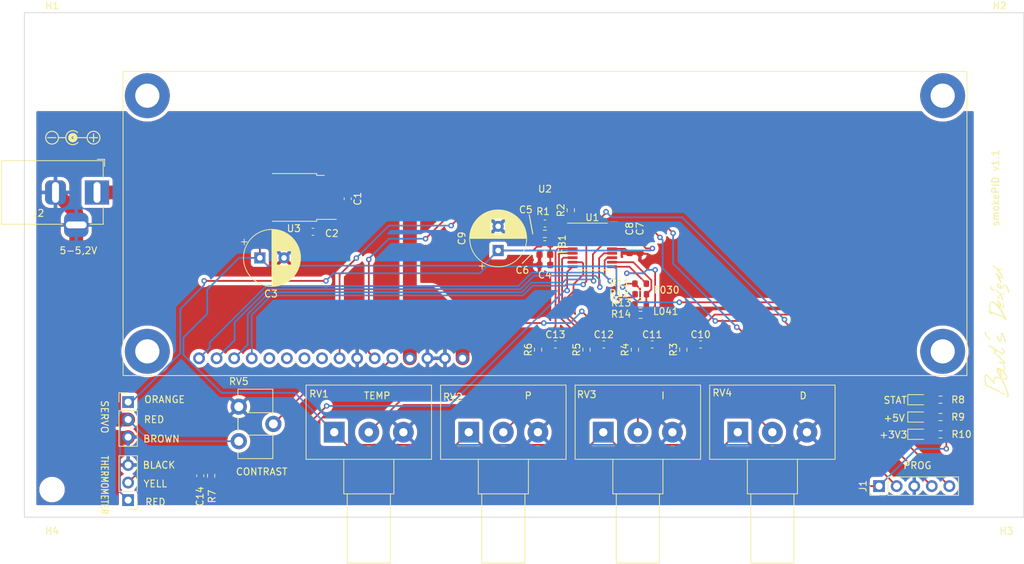
<source format=kicad_pcb>
(kicad_pcb (version 20221018) (generator pcbnew)
  (layers (0 "F.Cu" signal) (31 "B.Cu" signal) (34 "B.Paste" user) (35 "F.Paste" user) (36 "B.SilkS" user "B.Silkscreen") (37 "F.SilkS" user "F.Silkscreen") (38 "B.Mask" user) (39 "F.Mask" user) (44 "Edge.Cuts" user))
  (net 0 "")
  (net 1 "+5V")
  (net 2 "GND")
  (net 3 "+3V3")
  (net 4 "Net-(U1-VDDA)")
  (net 5 "/SET_D")
  (net 6 "/SET_I")
  (net 7 "/SET_P")
  (net 8 "/SET_T")
  (net 9 "/TEMP")
  (net 10 "Net-(D1-A)")
  (net 11 "Net-(D2-A)")
  (net 12 "Net-(D3-A)")
  (net 13 "/SWDCLK")
  (net 14 "/SWDIO")
  (net 15 "/RSTn")
  (net 16 "/SERVO")
  (net 17 "Net-(U1-BOOT0)")
  (net 18 "Net-(R3-Pad1)")
  (net 19 "Net-(R4-Pad1)")
  (net 20 "Net-(R5-Pad1)")
  (net 21 "Net-(R6-Pad1)")
  (net 22 "/STATUS_LED")
  (net 23 "Net-(U2-VO)")
  (net 24 "/DISP_RS")
  (net 25 "/DISP_E")
  (net 26 "/DISP_D7")
  (net 27 "/DISP_D6")
  (net 28 "/DISP_D5")
  (net 29 "/DISP_D4")
  (net 34 "Net-(U5-V_{OUT})")
  (net 35 "/PA5")
  (net 36 "/PA6")
  (footprint "Capacitor_THT:CP_Radial_D8.0mm_P3.50mm" (layer "F.Cu") (at 82.047349 99.47)
    (fp_text reference "C3")
    (fp_text value "100u")
  )
  (footprint "LED_SMD:LED_0603_1608Metric" (layer "F.Cu") (at 177.2125 125)
    (fp_text reference "D3" hide)
    (fp_text value "LED")
  )
  (footprint "Capacitor_SMD:C_0603_1608Metric" (layer "F.Cu") (at 124.775 112)
    (fp_text reference "C13")
    (fp_text value "1u")
  )
  (footprint "MountingHole:MountingHole_3.2mm_M3" (layer "F.Cu") (at 52 133)
    (fp_text reference "H4")
    (fp_text value "MountingHole")
  )
  (footprint "Capacitor_SMD:C_0603_1608Metric" (layer "F.Cu") (at 73.43 131 90)
    (fp_text reference "C14")
    (fp_text value "1u")
  )
  (footprint "Connector_BarrelJack:BarrelJack_Horizontal" (layer "F.Cu") (at 58.5 90)
    (fp_text reference "J2")
    (fp_text value "PWR")
  )
  (footprint "Resistor_SMD:R_0603_1608Metric" (layer "F.Cu") (at 137.1 103.2 180)
    (fp_text reference "R11")
    (fp_text value "0R")
  )
  (footprint "Capacitor_THT:CP_Radial_D8.0mm_P3.50mm" (layer "F.Cu") (at 116.5 98.402651 90)
    (fp_text reference "C9")
    (fp_text value "100u")
  )
  (footprint "Resistor_SMD:R_0603_1608Metric" (layer "F.Cu") (at 180.4625 125.01 180)
    (fp_text reference "R10")
    (fp_text value "220R")
  )
  (footprint "Connector_PinHeader_2.54mm:PinHeader_1x03_P2.54mm_Vertical" (layer "F.Cu") (at 63 120.325)
    (fp_text reference "M1" hide)
    (fp_text value "Motor_Servo")
  )
  (footprint "Capacitor_SMD:C_0603_1608Metric" (layer "F.Cu") (at 138.775 112)
    (fp_text reference "C11")
    (fp_text value "1u")
  )
  (footprint "Resistor_SMD:R_0603_1608Metric" (layer "F.Cu") (at 127 92.575 90)
    (fp_text reference "R2")
    (fp_text value "10k")
  )
  (footprint "Resistor_SMD:R_0603_1608Metric" (layer "F.Cu") (at 137.125 104.73 180)
    (fp_text reference "R12")
    (fp_text value "0R")
  )
  (footprint "LED_SMD:LED_0603_1608Metric" (layer "F.Cu") (at 177.2125 120)
    (fp_text reference "D1" hide)
    (fp_text value "LED")
  )
  (footprint "Connector_PinHeader_2.54mm:PinHeader_1x05_P2.54mm_Vertical" (layer "F.Cu") (at 171.58 132.5 90)
    (fp_text reference "J1")
    (fp_text value "PROG")
  )
  (footprint "Resistor_SMD:R_0603_1608Metric" (layer "F.Cu") (at 143.275 112.75 90)
    (fp_text reference "R3")
    (fp_text value "1k")
  )
  (footprint "Connector_PinHeader_2.54mm:PinHeader_1x03_P2.54mm_Vertical" (layer "F.Cu") (at 63 134.525 180)
    (fp_text reference "U5" hide)
    (fp_text value "LM35-LP")
  )
  (footprint "Capacitor_SMD:C_0603_1608Metric" (layer "F.Cu") (at 94.75 90.915 -90)
    (fp_text reference "C1")
    (fp_text value "100n")
  )
  (footprint "Capacitor_SMD:C_0603_1608Metric" (layer "F.Cu") (at 123.25 100.5 180)
    (fp_text reference "C4")
    (fp_text value "100n")
  )
  (footprint "MountingHole:MountingHole_3.2mm_M3" (layer "F.Cu") (at 189 68)
    (fp_text reference "H2")
    (fp_text value "MountingHole")
  )
  (footprint "Resistor_SMD:R_0603_1608Metric" (layer "F.Cu") (at 137.1 107.7 180)
    (fp_text reference "R14")
    (fp_text value "0R")
  )
  (footprint "Package_TO_SOT_SMD:TO-252-2" (layer "F.Cu") (at 86.96 90.72 180)
    (fp_text reference "U3")
    (fp_text value "AZ1117-3.3")
  )
  (footprint "Capacitor_SMD:C_0603_1608Metric" (layer "F.Cu") (at 89.725 95.69)
    (fp_text reference "C2")
    (fp_text value "100n")
  )
  (footprint "Capacitor_SMD:C_0603_1608Metric" (layer "F.Cu") (at 131.775 112)
    (fp_text reference "C12")
    (fp_text value "1u")
  )
  (footprint "Resistor_SMD:R_0603_1608Metric" (layer "F.Cu") (at 136.275 112.75 90)
    (fp_text reference "R4")
    (fp_text value "1k")
  )
  (footprint "Resistor_SMD:R_0603_1608Metric" (layer "F.Cu") (at 129.275 112.75 90)
    (fp_text reference "R5")
    (fp_text value "1k")
  )
  (footprint "Resistor_SMD:R_0603_1608Metric" (layer "F.Cu") (at 75 131 90)
    (fp_text reference "R7")
    (fp_text value "1k")
  )
  (footprint "Resistor_SMD:R_0603_1608Metric" (layer "F.Cu") (at 180.4625 119.99)
    (fp_text reference "R8")
    (fp_text value "220R")
  )
  (footprint "Capacitor_SMD:C_0603_1608Metric" (layer "F.Cu") (at 137 98 -90)
    (fp_text reference "C7")
    (fp_text value "100n")
  )
  (footprint "Potentiometer_THT:Potentiometer_Alps_RK163_Single_Horizontal" (layer "F.Cu") (at 92.8 124.7 90)
    (fp_text reference "RV1")
    (fp_text value "10k")
  )
  (footprint "MountingHole:MountingHole_3.2mm_M3" (layer "F.Cu") (at 52 68)
    (fp_text reference "H1")
    (fp_text value "MountingHole")
  )
  (footprint "Package_SO:TSSOP-20_4.4x6.5mm_P0.65mm" (layer "F.Cu") (at 130.1125 97.825)
    (fp_text reference "U1")
    (fp_text value "STM32F030F4Px")
  )
  (footprint "Potentiometer_THT:Potentiometer_Alps_RK163_Single_Horizontal" (layer "F.Cu") (at 151.15 124.7 90)
    (fp_text reference "RV4")
    (fp_text value "10k")
  )
  (footprint "Inductor_SMD:L_0603_1608Metric" (layer "F.Cu") (at 123.25 97.5)
    (fp_text reference "FB1")
    (fp_text value "FerriteBead")
  )
  (footprint "BartLib_Display:WH1602L1-YYH-CT010" (layer "F.Cu") (at 123.275 94.5)
    (fp_text reference "U2")
    (fp_text value "WH1602L1-YYH-CT010")
  )
  (footprint "Resistor_SMD:R_0603_1608Metric" (layer "F.Cu") (at 123.25 96)
    (fp_text reference "R1")
    (fp_text value "10k")
  )
  (footprint "Capacitor_SMD:C_0603_1608Metric" (layer "F.Cu") (at 145.775 112)
    (fp_text reference "C10")
    (fp_text value "1u")
  )
  (footprint "MountingHole:MountingHole_3.2mm_M3" (layer "F.Cu") (at 189 133)
    (fp_text reference "H3")
    (fp_text value "MountingHole")
  )
  (footprint "BartLib_Logo:BD_full 20x5.2" (layer "F.Cu") (at 189 110 90)
    (fp_text reference "G***" hide)
    (fp_text value "LOGO" hide)
  )
  (footprint "Capacitor_SMD:C_0603_1608Metric" (layer "F.Cu") (at 123.275 94.5 180)
    (fp_text reference "C5")
    (fp_text value "1n")
  )
  (footprint "Resistor_SMD:R_0603_1608Metric" (layer "F.Cu") (at 180.4625 122.5 180)
    (fp_text reference "R9")
    (fp_text value "220R")
  )
  (footprint "Capacitor_SMD:C_0603_1608Metric" (layer "F.Cu") (at 123.25 99 180)
    (fp_text reference "C6")
    (fp_text value "1n")
  )
  (footprint "Potentiometer_THT:Potentiometer_Alps_RK163_Single_Horizontal" (layer "F.Cu") (at 112.25 124.7 90)
    (fp_text reference "RV2")
    (fp_text value "10k")
  )
  (footprint "Resistor_SMD:R_0603_1608Metric" (layer "F.Cu") (at 137.1 106.2 180)
    (fp_text reference "R13")
    (fp_text value "0R")
  )
  (footprint "Symbol:Symbol_Barrel_Polarity" (layer "F.Cu") (at 55 82)
    (fp_text reference "REF**" hide)
    (fp_text value "Symbol_Barrel_Polarity")
  )
  (footprint "Resistor_SMD:R_0603_1608Metric" (layer "F.Cu") (at 122.275 112.75 90)
    (fp_text reference "R6")
    (fp_text value "1k")
  )
  (footprint "Potentiometer_THT:Potentiometer_ACP_CA9-H5_Horizontal" (layer "F.Cu") (at 79 121)
    (fp_text reference "RV5")
    (fp_text value "10k")
  )
  (footprint "Capacitor_SMD:C_0603_1608Metric" (layer "F.Cu") (at 135.5 98 -90)
    (fp_text reference "C8")
    (fp_text value "10n")
  )
  (footprint "LED_SMD:LED_0603_1608Metric" (layer "F.Cu") (at 177.2125 122.5)
    (fp_text reference "D2" hide)
    (fp_text value "LED")
  )
  (footprint "Potentiometer_THT:Potentiometer_Alps_RK163_Single_Horizontal" (layer "F.Cu") (at 131.7 124.7 90)
    (fp_text reference "RV3")
    (fp_text value "10k")
  )
  (gr_line (start 121 93.25) (end 121.5 96) (stroke (width 0.15)) (layer "F.SilkS"))
  (gr_line (start 120 100.25) (end 121.25 99) (stroke (width 0.15)) (layer "F.SilkS"))
  (gr_line (start 51.35 82.075) (end 52.55 82.075) (stroke (width 0.15)) (layer "F.SilkS"))
  (gr_line (start 58 81.525) (end 58 82.675) (stroke (width 0.15)) (layer "F.SilkS"))
  (gr_line (start 57.4 82.075) (end 58.6 82.075) (stroke (width 0.15)) (layer "F.SilkS"))
  (gr_rect (start 48 64) (end 192.5 137) (stroke (width 0.1)) (fill none) (layer "Edge.Cuts"))
  (gr_text "5-5,2V" (at 53 99) (layer "F.SilkS") (effects (font (size 1 1)) (justify left bottom)))
  (gr_text "I" (at 140 120) (layer "F.SilkS") (effects (font (size 1 1)) (justify left bottom)))
  (gr_text "+5V" (at 172.15 123.25) (layer "F.SilkS") (effects (font (size 1 1)) (justify left bottom)))
  (gr_text "F030" (at 138.9 104.7) (layer "F.SilkS") (effects (font (size 1 1)) (justify left bottom)))
  (gr_text "PROG" (at 175 130.1) (layer "F.SilkS") (effects (font (size 1 1)) (justify left bottom)))
  (gr_text "RED" (at 65.2 123.45) (layer "F.SilkS") (effects (font (size 1 1)) (justify left bottom)))
  (gr_text "YELL" (at 65.1425 132.7425) (layer "F.SilkS") (effects (font (size 1 1)) (justify left bottom)))
  (gr_text "STAT" (at 172.15 120.65) (layer "F.SilkS") (effects (font (size 1 1)) (justify left bottom)))
  (gr_text "ORANGE" (at 65.25 120.55) (layer "F.SilkS") (effects (font (size 1 1)) (justify left bottom)))
  (gr_text "P" (at 120.25 120) (layer "F.SilkS") (effects (font (size 1 1)) (justify left bottom)))
  (gr_text "BLACK" (at 65.0425 130.0425) (layer "F.SilkS") (effects (font (size 1 1)) (justify left bottom)))
  (gr_text "D" (at 160 120) (layer "F.SilkS") (effects (font (size 1 1)) (justify left bottom)))
  (gr_text "SERVO" (at 59 120 -90) (layer "F.SilkS") (effects (font (size 1 1)) (justify left bottom)))
  (gr_text "L041" (at 138.8 107.8) (layer "F.SilkS") (effects (font (size 1 1)) (justify left bottom)))
  (gr_text "THERMOMETER" (at 59 128 270) (layer "F.SilkS") (effects (font (size 1 0.8)) (justify left bottom)))
  (gr_text "TEMP" (at 97 120) (layer "F.SilkS") (effects (font (size 1 1)) (justify left bottom)))
  (gr_text "smokePID v1.1" (at 189 95 90) (layer "F.SilkS") (effects (font (size 1 1)) (justify left bottom)))
  (gr_text "+3V3" (at 171.55 125.65) (layer "F.SilkS") (effects (font (size 1 1)) (justify left bottom)))
  (gr_text "RED" (at 65.3925 135.3925) (layer "F.SilkS") (effects (font (size 1 1)) (justify left bottom)))
  (gr_text "CONTRAST" (at 78.5 131) (layer "F.SilkS") (effects (font (size 1 1)) (justify left bottom)))
  (gr_text "BROWN" (at 65.1 126.25) (layer "F.SilkS") (effects (font (size 1 1)) (justify left bottom)))
  (segment (start 134.322792 108.7) (end 130.1 108.7) (width 0.25) (layer "F.Cu") (net 1))
  (segment (start 61.44 122.865) (end 60.95 122.375) (width 2) (layer "F.Cu") (net 1))
  (segment (start 95 84) (end 99 84) (width 2) (layer "F.Cu") (net 1))
  (segment (start 165.343979 107.675) (end 147.799695 107.675) (width 0.25) (layer "F.Cu") (net 1))
  (segment (start 177.1875 120.6875) (end 177.1875 119.518521) (width 0.25) (layer "F.Cu") (net 1))
  (segment (start 180.4875 121.7) (end 178.2 121.7) (width 0.25) (layer "F.Cu") (net 1))
  (segment (start 146.674695 108.8) (end 140.786396 108.8) (width 0.25) (layer "F.Cu") (net 1))
  (segment (start 74.9 90) (end 75.725 89.175) (width 2) (layer "F.Cu") (net 1))
  (segment (start 60.95 100.05) (end 71 90) (width 2) (layer "F.Cu") (net 1))
  (segment (start 111.355 109.155) (end 106.8 104.6) (width 2) (layer "F.Cu") (net 1))
  (segment (start 71 90) (end 58.5 90) (width 2) (layer "F.Cu") (net 1))
  (segment (start 63 122.865) (end 61.44 122.865) (width 2) (layer "F.Cu") (net 1))
  (segment (start 181.2875 122.5) (end 180.4875 121.7) (width 0.25) (layer "F.Cu") (net 1))
  (segment (start 139.986396 109.6) (end 135.222792 109.6) (width 0.25) (layer "F.Cu") (net 1))
  (segment (start 103.735 88.735) (end 103.735 95) (width 2) (layer "F.Cu") (net 1))
  (segment (start 92.5 87.94) (end 92.5 86.5) (width 2) (layer "F.Cu") (net 1))
  (segment (start 177.1875 119.518521) (end 165.343979 107.675) (width 0.25) (layer "F.Cu") (net 1))
  (segment (start 75.725 89.175) (end 75.725 87.275) (width 2) (layer "F.Cu") (net 1))
  (segment (start 60.95 122.375) (end 60.95 100.05) (width 2) (layer "F.Cu") (net 1))
  (segment (start 93.05 88.44) (end 94.75 90.14) (width 0.25) (layer "F.Cu") (net 1))
  (segment (start 130.1 108.7) (end 128.6 107.2) (width 0.25) (layer "F.Cu") (net 1))
  (segment (start 92 88.44) (end 92.5 87.94) (width 2) (layer "F.Cu") (net 1))
  (segment (start 116.455 108.9) (end 111.355 114) (width 0.25) (layer "F.Cu") (net 1))
  (segment (start 111.355 114) (end 111.355 109.155) (width 2) (layer "F.Cu") (net 1))
  (segment (start 92.5 86.5) (end 95 84) (width 2) (layer "F.Cu") (net 1))
  (segment (start 147.799695 107.675) (end 146.674695 108.8) (width 0.25) (layer "F.Cu") (net 1))
  (segment (start 103.735 95) (end 103.735 104.6) (width 2) (layer "F.Cu") (net 1))
  (segment (start 71 90) (end 74.9 90) (width 2) (layer "F.Cu") (net 1))
  (segment (start 106.8 104.6) (end 103.735 104.6) (width 2) (layer "F.Cu") (net 1))
  (segment (start 140.786396 108.8) (end 139.986396 109.6) (width 0.25) (layer "F.Cu") (net 1))
  (segment (start 99 84) (end 103.735 88.735) (width 2) (layer "F.Cu") (net 1))
  (segment (start 178.2 121.7) (end 177.1875 120.6875) (width 0.25) (layer "F.Cu") (net 1))
  (segment (start 79 84) (end 95 84) (width 2) (layer "F.Cu") (net 1))
  (segment (start 135.222792 109.6) (end 134.322792 108.7) (width 0.25) (layer "F.Cu") (net 1))
  (segment (start 103.735 104.6) (end 103.735 114) (width 2) (layer "F.Cu") (net 1))
  (segment (start 92 88.44) (end 93.05 88.44) (width 0.25) (layer "F.Cu") (net 1))
  (segment (start 75.725 87.275) (end 79 84) (width 2) (layer "F.Cu") (net 1))
  (segment (start 123.1 108.9) (end 116.455 108.9) (width 0.25) (layer "F.Cu") (net 1))
  (via (at 123.1 108.9) (size 0.8) (drill 0.4) (layers "F.Cu" "B.Cu") (net 1))
  (via (at 128.6 107.2) (size 0.8) (drill 0.4) (layers "F.Cu" "B.Cu") (net 1))
  (segment (start 61.825 133.35) (end 61.825 124.04) (width 0.25) (layer "B.Cu") (net 1))
  (segment (start 79 126) (end 66.135 126) (width 0.25) (layer "B.Cu") (net 1))
  (segment (start 66.135 126) (end 63 122.865) (width 0.25) (layer "B.Cu") (net 1))
  (segment (start 63 134.525) (end 61.825 133.35) (width 0.25) (layer "B.Cu") (net 1))
  (segment (start 128.6 107.2) (end 126.9 108.9) (width 0.25) (layer "B.Cu") (net 1))
  (segment (start 126.9 108.9) (end 123.1 108.9) (width 0.25) (layer "B.Cu") (net 1))
  (segment (start 61.825 124.04) (end 63 122.865) (width 0.25) (layer "B.Cu") (net 1))
  (segment (start 134.875 98.15) (end 135.5 98.775) (width 0.25) (layer "F.Cu") (net 2))
  (segment (start 137 98.775) (end 135.5 98.775) (width 0.25) (layer "F.Cu") (net 2))
  (segment (start 55.5 93) (end 52.5 90) (width 2) (layer "F.Cu") (net 2))
  (segment (start 55.5 94.7) (end 55.5 93) (width 2) (layer "F.Cu") (net 2))
  (segment (start 132.975 98.15) (end 134.875 98.15) (width 0.25) (layer "F.Cu") (net 2))
  (segment (start 62.89 125.515) (end 60.97873 125.515) (width 2) (layer "F.Cu") (net 2))
  (segment (start 60.97873 125.515) (end 55.5 120.03627) (width 2) (layer "F.Cu") (net 2))
  (segment (start 176.425 120) (end 176.425 125) (width 0.25) (layer "F.Cu") (net 2))
  (segment (start 63 125.405) (end 62.89 125.515) (width 2) (layer "F.Cu") (net 2))
  (segment (start 55.5 120.03627) (end 55.5 94.7) (width 2) (layer "F.Cu") (net 2))
  (segment (start 139.875 126.525) (end 124.075 126.525) (width 0.25) (layer "B.Cu") (net 2))
  (segment (start 120.425 126.525) (end 104.625 126.525) (width 0.25) (layer "B.Cu") (net 2))
  (segment (start 159.325 126.525) (end 143.525 126.525) (width 0.25) (layer "B.Cu") (net 2))
  (segment (start 104.625 126.525) (end 102.8 124.7) (width 0.25) (layer "B.Cu") (net 2))
  (segment (start 143.525 126.525) (end 141.7 124.7) (width 0.25) (layer "B.Cu") (net 2))
  (segment (start 141.7 124.7) (end 139.875 126.525) (width 0.25) (layer "B.Cu") (net 2))
  (segment (start 161.15 124.7) (end 159.325 126.525) (width 0.25) (layer "B.Cu") (net 2))
  (segment (start 122.25 124.7) (end 120.425 126.525) (width 0.25) (layer "B.Cu") (net 2))
  (segment (start 124.075 126.525) (end 122.25 124.7) (width 0.25) (layer "B.Cu") (net 2))
  (segment (start 87.375 92.245) (end 88.95 93.82) (width 0.25) (layer "F.Cu") (net 3))
  (segment (start 181.3 127.1) (end 181.3 125.0225) (width 0.25) (layer "F.Cu") (net 3))
  (segment (start 132.975 97.5) (end 135.225 97.5) (width 0.25) (layer "F.Cu") (net 3))
  (segment (start 138.8 98.1) (end 137.875 98.1) (width 0.25) (layer "F.Cu") (net 3))
  (segment (start 116.5 98.402651) (end 121.559849 98.402651) (width 0.25) (layer "F.Cu") (net 3))
  (segment (start 114.075 126.525) (end 129.875 126.525) (width 0.25) (layer "F.Cu") (net 3))
  (segment (start 131.7 124.7) (end 133.525 126.525) (width 0.25) (layer "F.Cu") (net 3))
  (segment (start 112.25 124.7) (end 114.075 126.525) (width 0.25) (layer "F.Cu") (net 3))
  (segment (start 149.325 126.525) (end 151.15 124.7) (width 0.25) (layer "F.Cu") (net 3))
  (segment (start 92.8 124.7) (end 94.625 126.525) (width 0.25) (layer "F.Cu") (net 3))
  (segment (start 181.3 125.0225) (end 181.2875 125.01) (width 0.25) (layer "F.Cu") (net 3))
  (segment (start 158.95 132.5) (end 151.15 124.7) (width 0.25) (layer "F.Cu") (net 3))
  (segment (start 98.55594 126.525) (end 98.58094 126.5) (width 0.25) (layer "F.Cu") (net 3))
  (segment (start 135.5 97.225) (end 137 97.225) (width 0.25) (layer "F.Cu") (net 3))
  (segment (start 122.425 97.4625) (end 122.4625 97.5) (width 0.25) (layer "F.Cu") (net 3))
  (segment (start 133.525 126.525) (end 149.325 126.525) (width 0.25) (layer "F.Cu") (net 3))
  (segment (start 94.625 126.525) (end 98.55594 126.525) (width 0.25) (layer "F.Cu") (net 3))
  (segment (start 102.01906 126.5) (end 102.04406 126.525) (width 0.25) (layer "F.Cu") (net 3))
  (segment (start 110.425 126.525) (end 112.25 124.7) (width 0.25) (layer "F.Cu") (net 3))
  (segment (start 82.047349 97.572651) (end 82.047349 99.47) (width 0.25) (layer "F.Cu") (net 3))
  (segment (start 171.58 132.5) (end 158.95 132.5) (width 0.25) (layer "F.Cu") (net 3))
  (segment (start 87.375 92.245) (end 82.047349 97.572651) (width 0.25) (layer "F.Cu") (net 3))
  (segment (start 102.04406 126.525) (end 110.425 126.525) (width 0.25) (layer "F.Cu") (net 3))
  (segment (start 88.95 93.82) (end 88.95 95.69) (width 0.25) (layer "F.Cu") (net 3))
  (segment (start 121.559849 98.402651) (end 122.4625 97.5) (width 0.25) (layer "F.Cu") (net 3))
  (segment (start 98.58094 126.5) (end 102.01906 126.5) (width 0.25) (layer "F.Cu") (net 3))
  (segment (start 122.425 96) (end 122.425 97.4625) (width 0.25) (layer "F.Cu") (net 3))
  (segment (start 129.875 126.525) (end 131.7 124.7) (width 0.25) (layer "F.Cu") (net 3))
  (segment (start 135.225 97.5) (end 135.5 97.225) (width 0.25) (layer "F.Cu") (net 3))
  (segment (start 137.875 98.1) (end 137 97.225) (width 0.25) (layer "F.Cu") (net 3))
  (via (at 181.3 127.1) (size 0.8) (drill 0.4) (layers "F.Cu" "B.Cu") (net 3))
  (via (at 138.8 98.1) (size 0.8) (drill 0.4) (layers "F.Cu" "B.Cu") (net 3))
  (segment (start 116.5 98.402651) (end 138.497349 98.402651) (width 0.25) (layer "B.Cu") (net 3))
  (segment (start 87.1 119) (end 92.8 124.7) (width 0.25) (layer "B.Cu") (net 3))
  (segment (start 82.047349 99.47) (end 83.172349 100.595) (width 0.25) (layer "B.Cu") (net 3))
  (segment (start 176.98 127.1) (end 181.3 127.1) (width 0.25) (layer "B.Cu") (net 3))
  (segment (start 83.172349 100.595) (end 114.307651 100.595) (width 0.25) (layer "B.Cu") (net 3))
  (segment (start 114.307651 100.595) (end 116.5 98.402651) (width 0.25) (layer "B.Cu") (net 3))
  (segment (start 79.03 99.47) (end 74.43 104.07) (width 0.25) (layer "B.Cu") (net 3))
  (segment (start 138.497349 98.402651) (end 138.8 98.1) (width 0.25) (layer "B.Cu") (net 3))
  (segment (start 82.047349 99.47) (end 79.03 99.47) (width 0.25) (layer "B.Cu") (net 3))
  (segment (start 74.43 104.07) (end 74.43 107.57) (width 0.25) (layer "B.Cu") (net 3))
  (segment (start 74.43 107.57) (end 71 111) (width 0.25) (layer "B.Cu") (net 3))
  (segment (start 71 113.5) (end 76.5 119) (width 0.25) (layer "B.Cu") (net 3))
  (segment (start 171.58 132.5) (end 176.98 127.1) (width 0.25) (layer "B.Cu") (net 3))
  (segment (start 76.5 119) (end 87.1 119) (width 0.25) (layer "B.Cu") (net 3))
  (segment (start 71 111) (end 71 113.5) (width 0.25) (layer "B.Cu") (net 3))
  (segment (start 127.25 97.5) (end 124.0375 97.5) (width 0.25) (layer "F.Cu") (net 4))
  (segment (start 124.05 94.5) (end 123.35 95.2) (width 0.25) (layer "F.Cu") (net 4))
  (segment (start 124.0375 97.5) (end 124.0375 100.4875) (width 0.25) (layer "F.Cu") (net 4))
  (segment (start 123.35 96.8125) (end 124.0375 97.5) (width 0.25) (layer "F.Cu") (net 4))
  (segment (start 124.0375 100.4875) (end 124.025 100.5) (width 0.25) (layer "F.Cu") (net 4))
  (segment (start 123.35 95.2) (end 123.35 96.8125) (width 0.25) (layer "F.Cu") (net 4))
  (segment (start 128.8 100.3) (end 128.8 101.9) (width 0.25) (layer "F.Cu") (net 5))
  (segment (start 128.6 100.1) (end 128.8 100.3) (width 0.25) (layer "F.Cu") (net 5))
  (segment (start 126.3 105.4) (end 126.3 107.3) (width 0.25) (layer "F.Cu") (net 5))
  (segment (start 127.4 104.3) (end 126.3 105.4) (width 0.25) (layer "F.Cu") (net 5))
  (segment (start 128.15 109.15) (end 134.136396 109.15) (width 0.25) (layer "F.Cu") (net 5))
  (segment (start 135.286396 110.3) (end 141.65 110.3) (width 0.25) (layer "F.Cu") (net 5))
  (segment (start 126.3 107.3) (end 128.15 109.15) (width 0.25) (layer "F.Cu") (net 5))
  (segment (start 127.25 100.1) (end 128.6 100.1) (width 0.25) (layer "F.Cu") (net 5))
  (segment (start 127.4 103.3) (end 127.4 104.3) (width 0.25) (layer "F.Cu") (net 5))
  (segment (start 128.8 101.9) (end 127.4 103.3) (width 0.25) (layer "F.Cu") (net 5))
  (segment (start 144.925 111.925) (end 145 112) (width 0.25) (layer "F.Cu") (net 5))
  (segment (start 141.65 110.3) (end 143.275 111.925) (width 0.25) (layer "F.Cu") (net 5))
  (segment (start 143.275 111.925) (end 144.925 111.925) (width 0.25) (layer "F.Cu") (net 5))
  (segment (start 134.136396 109.15) (end 135.286396 110.3) (width 0.25) (layer "F.Cu") (net 5))
  (segment (start 127.9 109.6) (end 133.95 109.6) (width 0.25) (layer "F.Cu") (net 6))
  (segment (start 125.75 99.65) (end 125.75 107.45) (width 0.25) (layer "F.Cu") (net 6))
  (segment (start 127.25 99.45) (end 125.95 99.45) (width 0.25) (layer "F.Cu") (net 6))
  (segment (start 125.75 107.45) (end 127.9 109.6) (width 0.25) (layer "F.Cu") (net 6))
  (segment (start 136.275 111.925) (end 137.925 111.925) (width 0.25) (layer "F.Cu") (net 6))
  (segment (start 125.95 99.45) (end 125.75 99.65) (width 0.25) (layer "F.Cu") (net 6))
  (segment (start 137.925 111.925) (end 138 112) (width 0.25) (layer "F.Cu") (net 6))
  (segment (start 133.95 109.6) (end 136.275 111.925) (width 0.25) (layer "F.Cu") (net 6))
  (segment (start 125.3 99) (end 125.3 107.95) (width 0.25) (layer "F.Cu") (net 7))
  (segment (start 125.3 107.95) (end 129.275 111.925) (width 0.25) (layer "F.Cu") (net 7))
  (segment (start 127.25 98.8) (end 125.4 98.8) (width 0.25) (layer "F.Cu") (net 7))
  (segment (start 129.275 111.925) (end 130.925 111.925) (width 0.25) (layer "F.Cu") (net 7))
  (segment (start 125.25 98.95) (end 125.3 99) (width 0.25) (layer "F.Cu") (net 7))
  (segment (start 130.925 111.925) (end 131 112) (width 0.25) (layer "F.Cu") (net 7))
  (segment (start 125.4 98.8) (end 125.25 98.95) (width 0.25) (layer "F.Cu") (net 7))
  (segment (start 124.8 98.5) (end 124.8 109.4) (width 0.25) (layer "F.Cu") (net 8))
  (segment (start 125.15 98.15) (end 124.8 98.5) (width 0.25) (layer "F.Cu") (net 8))
  (segment (start 127.25 98.15) (end 125.15 98.15) (width 0.25) (layer "F.Cu") (net 8))
  (segment (start 124.8 109.4) (end 122.275 111.925) (width 0.25) (layer "F.Cu") (net 8))
  (segment (start 123.925 111.925) (end 124 112) (width 0.25) (layer "F.Cu") (net 8))
  (segment (start 122.275 111.925) (end 123.925 111.925) (width 0.25) (layer "F.Cu") (net 8))
  (segment (start 126.4745 101.5255) (end 127.25 100.75) (width 0.25) (layer "F.Cu") (net 9))
  (segment (start 73.43 131.775) (end 74.95 131.775) (width 0.25) (layer "F.Cu") (net 9))
  (segment (start 91.7 120.9) (end 80.775 131.825) (width 0.25) (layer "F.Cu") (net 9))
  (segment (start 80.775 131.825) (end 75 131.825) (width 0.25) (layer "F.Cu") (net 9))
  (segment (start 74.95 131.775) (end 75 131.825) (width 0.25) (layer "F.Cu") (net 9))
  (segment (start 126.4745 104.200902) (end 126.4745 101.5255) (width 0.25) (layer "F.Cu") (net 9))
  (via (at 91.7 120.9) (size 0.8) (drill 0.4) (layers "F.Cu" "B.Cu") (net 9))
  (via (at 126.4745 104.200902) (size 0.8) (drill 0.4) (layers "F.Cu" "B.Cu") (net 9))
  (segment (start 126.4745 104.200902) (end 126.099098 104.200902) (width 0.25) (layer "B.Cu") (net 9))
  (segment (start 109.4 120.9) (end 91.7 120.9) (width 0.25) (layer "B.Cu") (net 9))
  (segment (start 126.099098 104.200902) (end 109.4 120.9) (width 0.25) (layer "B.Cu") (net 9))
  (segment (start 179.6275 120) (end 179.6375 119.99) (width 0.25) (layer "F.Cu") (net 10))
  (segment (start 178 120) (end 179.6275 120) (width 0.25) (layer "F.Cu") (net 10))
  (segment (start 178 122.5) (end 179.6375 122.5) (width 0.25) (layer "F.Cu") (net 11))
  (segment (start 179.6275 125) (end 179.6375 125.01) (width 0.25) (layer "F.Cu") (net 12))
  (segment (start 178 125) (end 179.6275 125) (width 0.25) (layer "F.Cu") (net 12))
  (segment (start 174.12 132.5) (end 151.12 109.5) (width 0.25) (layer "F.Cu") (net 13))
  (segment (start 141.8 95.9) (end 140.8 94.9) (width 0.25) (layer "F.Cu") (net 13))
  (segment (start 140.8 94.9) (end 132.975 94.9) (width 0.25) (layer "F.Cu") (net 13))
  (segment (start 151.12 109.5) (end 151 109.5) (width 0.25) (layer "F.Cu") (net 13))
  (via (at 141.8 95.9) (size 0.8) (drill 0.4) (layers "F.Cu" "B.Cu") (net 13))
  (via (at 151 109.5) (size 0.8) (drill 0.4) (layers "F.Cu" "B.Cu") (net 13))
  (segment (start 151 109.5) (end 141.8 100.3) (width 0.25) (layer "B.Cu") (net 13))
  (segment (start 141.8 100.3) (end 141.8 95.9) (width 0.25) (layer "B.Cu") (net 13))
  (segment (start 133.0495 95.6245) (end 132.975 95.55) (width 0.25) (layer "F.Cu") (net 14))
  (segment (start 139.0245 95.6245) (end 133.0495 95.6245) (width 0.25) (layer "F.Cu") (net 14))
  (segment (start 155.3 108.6) (end 147.9 108.6) (width 0.25) (layer "F.Cu") (net 14))
  (segment (start 139.9 96.5) (end 139.0245 95.6245) (width 0.25) (layer "F.Cu") (net 14))
  (segment (start 179.2 132.5) (end 155.3 108.6) (width 0.25) (layer "F.Cu") (net 14))
  (via (at 139.9 96.5) (size 0.8) (drill 0.4) (layers "F.Cu" "B.Cu") (net 14))
  (via (at 147.9 108.6) (size 0.8) (drill 0.4) (layers "F.Cu" "B.Cu") (net 14))
  (segment (start 140.287701 100.987701) (end 147.9 108.6) (width 0.25) (layer "B.Cu") (net 14))
  (segment (start 140.287701 96.887701) (end 140.287701 100.987701) (width 0.25) (layer "B.Cu") (net 14))
  (segment (start 139.9 96.5) (end 140.287701 96.887701) (width 0.25) (layer "B.Cu") (net 14))
  (segment (start 124.925 96.85) (end 127.25 96.85) (width 0.25) (layer "F.Cu") (net 15))
  (segment (start 128.188541 96.85) (end 127.25 96.85) (width 0.25) (layer "F.Cu") (net 15))
  (segment (start 181.74 132.5) (end 176.54 127.3) (width 0.25) (layer "F.Cu") (net 15))
  (segment (start 132.1 92.938541) (end 128.188541 96.85) (width 0.25) (layer "F.Cu") (net 15))
  (segment (start 176.54 127.3) (end 157.9 108.66) (width 0.25) (layer "F.Cu") (net 15))
  (segment (start 124.075 96) (end 124.925 96.85) (width 0.25) (layer "F.Cu") (net 15))
  (segment (start 157.9 108.66) (end 157.9 108.4) (width 0.25) (layer "F.Cu") (net 15))
  (segment (start 132.1 92.8) (end 132.1 92.938541) (width 0.25) (layer "F.Cu") (net 15))
  (via (at 157.9 108.4) (size 0.8) (drill 0.4) (layers "F.Cu" "B.Cu") (net 15))
  (via (at 132.1 92.8) (size 0.8) (drill 0.4) (layers "F.Cu" "B.Cu") (net 15))
  (segment (start 157.9 108.4) (end 143.1 93.6) (width 0.25) (layer "B.Cu") (net 15))
  (segment (start 132.9 93.6) (end 132.1 92.8) (width 0.25) (layer "B.Cu") (net 15))
  (segment (start 143.1 93.6) (end 132.9 93.6) (width 0.25) (layer "B.Cu") (net 15))
  (segment (start 135.83 105.2) (end 136.3 104.73) (width 0.25) (layer "F.Cu") (net 16))
  (segment (start 136.1 107.7) (end 133.6 105.2) (width 0.25) (layer "F.Cu") (net 16))
  (segment (start 133.6 105.2) (end 135.83 105.2) (width 0.25) (layer "F.Cu") (net 16))
  (segment (start 136.275 107.7) (end 136.1 107.7) (width 0.25) (layer "F.Cu") (net 16))
  (segment (start 91.6 102.8) (end 74 102.8) (width 0.25) (layer "F.Cu") (net 16))
  (via (at 91.6 102.8) (size 0.8) (drill 0.4) (layers "F.Cu" "B.Cu") (net 16))
  (via (at 74 102.8) (size 0.8) (drill 0.4) (layers "F.Cu" "B.Cu") (net 16))
  (via (at 133.6 105.2) (size 0.8) (drill 0.4) (layers "F.Cu" "B.Cu") (net 16))
  (segment (start 92.7 101.7) (end 91.6 102.8) (width 0.25) (layer "B.Cu") (net 16))
  (segment (start 63.505814 120.325) (end 70.55 113.280814) (width 0.25) (layer "B.Cu") (net 16))
  (segment (start 133.6 101.1) (end 133.2 100.7) (width 0.25) (layer "B.Cu") (net 16))
  (segment (start 133.2 100.7) (end 114.839047 100.7) (width 0.25) (layer "B.Cu") (net 16))
  (segment (start 133.6 105.2) (end 133.6 101.1) (width 0.25) (layer "B.Cu") (net 16))
  (segment (start 74 103.4) (end 74 102.8) (width 0.25) (layer "B.Cu") (net 16))
  (segment (start 70.55 113.280814) (end 70.55 106.85) (width 0.25) (layer "B.Cu") (net 16))
  (segment (start 113.839047 101.7) (end 92.7 101.7) (width 0.25) (layer "B.Cu") (net 16))
  (segment (start 70.55 106.85) (end 74 103.4) (width 0.25) (layer "B.Cu") (net 16))
  (segment (start 114.839047 100.7) (end 113.839047 101.7) (width 0.25) (layer "B.Cu") (net 16))
  (segment (start 63 120.325) (end 63.505814 120.325) (width 0.25) (layer "B.Cu") (net 16))
  (segment (start 127 93.4) (end 127 94.65) (width 0.25) (layer "F.Cu") (net 17))
  (segment (start 127 94.65) (end 127.25 94.9) (width 0.25) (layer "F.Cu") (net 17))
  (segment (start 145.025 113.575) (end 143.275 113.575) (width 0.25) (layer "F.Cu") (net 18))
  (segment (start 156.15 124.7) (end 145.025 113.575) (width 0.25) (layer "F.Cu") (net 18))
  (segment (start 136.7 124.7) (end 136.7 114) (width 0.25) (layer "F.Cu") (net 19))
  (segment (start 136.7 114) (end 136.275 113.575) (width 0.25) (layer "F.Cu") (net 19))
  (segment (start 117.25 124.7) (end 128.375 113.575) (width 0.25) (layer "F.Cu") (net 20))
  (segment (start 128.375 113.575) (end 129.275 113.575) (width 0.25) (layer "F.Cu") (net 20))
  (segment (start 115.85 120) (end 122.275 113.575) (width 0.25) (layer "F.Cu") (net 21))
  (segment (start 102.5 120) (end 115.85 120) (width 0.25) (layer "F.Cu") (net 21))
  (segment (start 97.8 124.7) (end 102.5 120) (width 0.25) (layer "F.Cu") (net 21))
  (segment (start 181.2875 119.99) (end 167.94875 106.65125) (width 0.25) (layer "F.Cu") (net 22))
  (segment (start 137.025 105.45) (end 136.275 106.2) (width 0.25) (layer "F.Cu") (net 22))
  (segment (start 142.7 105.9) (end 167.1975 105.9) (width 0.25) (layer "F.Cu") (net 22))
  (segment (start 167.1975 105.9) (end 167.94875 106.65125) (width 0.25) (layer "F.Cu") (net 22))
  (segment (start 136.275 103.2) (end 135 103.2) (width 0.25) (layer "F.Cu") (net 22))
  (segment (start 135 103.2) (end 134.5 103.7) (width 0.25) (layer "F.Cu") (net 22))
  (segment (start 136.275 103.2) (end 137.025 103.95) (width 0.25) (layer "F.Cu") (net 22))
  (segment (start 137.025 103.95) (end 137.025 105.45) (width 0.25) (layer "F.Cu") (net 22))
  (via (at 142.7 105.9) (size 0.8) (drill 0.4) (layers "F.Cu" "B.Cu") (net 22))
  (via (at 134.5 103.7) (size 0.8) (drill 0.4) (layers "F.Cu" "B.Cu") (net 22))
  (segment (start 134.5 103.7) (end 136.7 105.9) (width 0.25) (layer "B.Cu") (net 22))
  (segment (start 136.7 105.9) (end 142.7 105.9) (width 0.25) (layer "B.Cu") (net 22))
  (segment (start 89 118.5) (end 96.695 118.5) (width 0.25) (layer "F.Cu") (net 23))
  (segment (start 84 123.5) (end 89 118.5) (width 0.25) (layer "F.Cu") (net 23))
  (segment (start 96.695 118.5) (end 101.195 114) (width 0.25) (layer "F.Cu") (net 23))
  (segment (start 97.8 113.145) (end 98.655 114) (width 0.25) (layer "F.Cu") (net 24))
  (segment (start 126.561459 95.55) (end 125.9 94.888541) (width 0.25) (layer "F.Cu") (net 24))
  (segment (start 125.9 92) (end 125.4 91.5) (width 0.25) (layer "F.Cu") (net 24))
  (segment (start 125.4 91.5) (end 111.2 91.5) (width 0.25) (layer "F.Cu") (net 24))
  (segment (start 97.8 99.7) (end 97.8 113.145) (width 0.25) (layer "F.Cu") (net 24))
  (segment (start 111.2 91.5) (end 106 96.7) (width 0.25) (layer "F.Cu") (net 24))
  (segment (start 127.25 95.55) (end 126.561459 95.55) (width 0.25) (layer "F.Cu") (net 24))
  (segment (start 125.9 94.888541) (end 125.9 92) (width 0.25) (layer "F.Cu") (net 24))
  (via (at 97.8 99.7) (size 0.8) (drill 0.4) (layers "F.Cu" "B.Cu") (net 24))
  (via (at 106 96.7) (size 0.8) (drill 0.4) (layers "F.Cu" "B.Cu") (net 24))
  (segment (start 98.1 99.3) (end 97.8 99.6) (width 0.25) (layer "B.Cu") (net 24))
  (segment (start 106 96.7) (end 100.7 96.7) (width 0.25) (layer "B.Cu") (net 24))
  (segment (start 97.8 99.6) (end 97.8 99.7) (width 0.25) (layer "B.Cu") (net 24))
  (segment (start 100.7 96.7) (end 98.1 99.3) (width 0.25) (layer "B.Cu") (net 24))
  (segment (start 96 99.5) (end 93.575 101.925) (width 0.25) (layer "F.Cu") (net 25))
  (segment (start 111.386396 93.113604) (end 109.7 94.8) (width 0.25) (layer "F.Cu") (net 25))
  (segment (start 125.45 92.186396) (end 125.213604 91.95) (width 0.25) (layer "F.Cu") (net 25))
  (segment (start 93.575 101.925) (end 93.575 114) (width 0.25) (layer "F.Cu") (net 25))
  (segment (start 125.213604 91.95) (end 112.9 91.95) (width 0.25) (layer "F.Cu") (net 25))
  (segment (start 127.25 96.2) (end 126.561459 96.2) (width 0.25) (layer "F.Cu") (net 25))
  (segment (start 111.736396 93.113604) (end 112.9 91.95) (width 0.25) (layer "F.Cu") (net 25))
  (segment (start 126.561459 96.2) (end 125.45 95.088541) (width 0.25) (layer "F.Cu") (net 25))
  (segment (start 125.45 95.088541) (end 125.45 92.186396) (width 0.25) (layer "F.Cu") (net 25))
  (segment (start 111.386396 93.113604) (end 111.736396 93.113604) (width 0.25) (layer "F.Cu") (net 25))
  (via (at 96 99.5) (size 0.8) (drill 0.4) (layers "F.Cu" "B.Cu") (net 25))
  (via (at 109.7 94.8) (size 0.8) (drill 0.4) (layers "F.Cu" "B.Cu") (net 25))
  (segment (start 109.7 94.8) (end 100.7 94.8) (width 0.25) (layer "B.Cu") (net 25))
  (segment (start 100.7 94.8) (end 96 99.5) (width 0.25) (layer "B.Cu") (net 25))
  (segment (start 132.286459 99.45) (end 131.9 99.836459) (width 0.25) (layer "F.Cu") (net 26))
  (segment (start 131.9 99.836459) (end 131.9 102) (width 0.25) (layer "F.Cu") (net 26))
  (segment (start 131.9 102) (end 132.7 102.8) (width 0.25) (layer "F.Cu") (net 26))
  (segment (start 132.975 99.45) (end 132.286459 99.45) (width 0.25) (layer "F.Cu") (net 26))
  (via (at 132.7 102.8) (size 0.8) (drill 0.4) (layers "F.Cu" "B.Cu") (net 26))
  (segment (start 132.7 102.8) (end 131.5 101.6) (width 0.25) (layer "B.Cu") (net 26))
  (segment (start 74.8 111.7) (end 74.8 112.455) (width 0.25) (layer "B.Cu") (net 26))
  (segment (start 131.5 101.6) (end 121.363604 101.6) (width 0.25) (layer "B.Cu") (net 26))
  (segment (start 121.363604 101.6) (end 119.413604 103.55) (width 0.25) (layer "B.Cu") (net 26))
  (segment (start 119.413604 103.55) (end 82.95 103.55) (width 0.25) (layer "B.Cu") (net 26))
  (segment (start 74.8 112.455) (end 73.255 114) (width 0.25) (layer "B.Cu") (net 26))
  (segment (start 82.95 103.55) (end 74.8 111.7) (width 0.25) (layer "B.Cu") (net 26))
  (segment (start 131.1 99.5) (end 131.8 98.8) (width 0.25) (layer "F.Cu") (net 27))
  (segment (start 131.1 103.6) (end 131.1 99.5) (width 0.25) (layer "F.Cu") (net 27))
  (segment (start 131.2 103.7) (end 131.1 103.6) (width 0.25) (layer "F.Cu") (net 27))
  (segment (start 131.8 98.8) (end 132.975 98.8) (width 0.25) (layer "F.Cu") (net 27))
  (via (at 131.2 103.7) (size 0.8) (drill 0.4) (layers "F.Cu" "B.Cu") (net 27))
  (segment (start 121.677208 102.05) (end 130.575305 102.05) (width 0.25) (layer "B.Cu") (net 27))
  (segment (start 130.575305 102.05) (end 131.2 102.674695) (width 0.25) (layer "B.Cu") (net 27))
  (segment (start 119.727208 104) (end 121.677208 102.05) (width 0.25) (layer "B.Cu") (net 27))
  (segment (start 78.4 108.8) (end 83.2 104) (width 0.25) (layer "B.Cu") (net 27))
  (segment (start 131.2 102.674695) (end 131.2 103.7) (width 0.25) (layer "B.Cu") (net 27))
  (segment (start 83.2 104) (end 119.727208 104) (width 0.25) (layer "B.Cu") (net 27))
  (segment (start 78.4 111.395) (end 78.4 108.8) (width 0.25) (layer "B.Cu") (net 27))
  (segment (start 75.795 114) (end 78.4 111.395) (width 0.25) (layer "B.Cu") (net 27))
  (segment (start 130.2 98.936459) (end 130.2 102.7) (width 0.25) (layer "F.Cu") (net 28))
  (segment (start 132.975 96.85) (end 132.286459 96.85) (width 0.25) (layer "F.Cu") (net 28))
  (segment (start 132.286459 96.85) (end 130.2 98.936459) (width 0.25) (layer "F.Cu") (net 28))
  (segment (start 130.2 102.7) (end 130.3 102.8) (width 0.25) (layer "F.Cu") (net 28))
  (via (at 130.3 102.8) (size 0.8) (drill 0.4) (layers "F.Cu" "B.Cu") (net 28))
  (segment (start 130.0995 102.5995) (end 126.3005 102.5995) (width 0.25) (layer "B.Cu") (net 28))
  (segment (start 121.313604 103.05) (end 119.913604 104.45) (width 0.25) (layer "B.Cu") (net 28))
  (segment (start 83.45 104.45) (end 80.3 107.6) (width 0.25) (layer "B.Cu") (net 28))
  (segment (start 80.3 107.6) (end 80.3 112.035) (width 0.25) (layer "B.Cu") (net 28))
  (segment (start 80.3 112.035) (end 78.335 114) (width 0.25) (layer "B.Cu") (net 28))
  (segment (start 125.85 103.05) (end 121.313604 103.05) (width 0.25) (layer "B.Cu") (net 28))
  (segment (start 119.913604 104.45) (end 83.45 104.45) (width 0.25) (layer "B.Cu") (net 28))
  (segment (start 126.3005 102.5995) (end 125.85 103.05) (width 0.25) (layer "B.Cu") (net 28))
  (segment (start 130.3 102.8) (end 130.0995 102.5995) (width 0.25) (layer "B.Cu") (net 28))
  (segment (start 130 96.2) (end 129.25 96.95) (width 0.25) (layer "F.Cu") (net 29))
  (segment (start 129.25 96.95) (end 129.25 102.8745) (width 0.25) (layer "F.Cu") (net 29))
  (segment (start 129.25 102.8745) (end 128.8 103.3245) (width 0.25) (layer "F.Cu") (net 29))
  (segment (start 132.975 96.2) (end 130 96.2) (width 0.25) (layer "F.Cu") (net 29))
  (via (at 128.8 103.3245) (size 0.8) (drill 0.4) (layers "F.Cu" "B.Cu") (net 29))
  (segment (start 126.325597 103.3245) (end 126.150097 103.5) (width 0.25) (layer "B.Cu") (net 29))
  (segment (start 120.1 104.9) (end 83.7 104.9) (width 0.25) (layer "B.Cu") (net 29))
  (segment (start 80.875 107.725) (end 80.875 114) (width 0.25) (layer "B.Cu") (net 29))
  (segment (start 128.8 103.3245) (end 126.325597 103.3245) (width 0.25) (layer "B.Cu") (net 29))
  (segment (start 121.5 103.5) (end 120.1 104.9) (width 0.25) (layer "B.Cu") (net 29))
  (segment (start 126.150097 103.5) (end 121.5 103.5) (width 0.25) (layer "B.Cu") (net 29))
  (segment (start 83.7 104.9) (end 80.875 107.725) (width 0.25) (layer "B.Cu") (net 29))
  (segment (start 74.175 131) (end 75 130.175) (width 0.25) (layer "F.Cu") (net 34))
  (segment (start 63.985 131) (end 74.175 131) (width 0.25) (layer "F.Cu") (net 34))
  (segment (start 63 131.985) (end 63.985 131) (width 0.25) (layer "F.Cu") (net 34))
  (segment (start 136.425 101.7) (end 136.6125 101.8875) (width 0.25) (layer "F.Cu") (net 35))
  (segment (start 132.975 100.75) (end 135.475 100.75) (width 0.25) (layer "F.Cu") (net 35))
  (segment (start 135.475 100.75) (end 136.6125 101.8875) (width 0.25) (layer "F.Cu") (net 35))
  (segment (start 136.6125 101.8875) (end 137.925 103.2) (width 0.25) (layer "F.Cu") (net 35))
  (segment (start 139.2 101.2) (end 139.2 106.425) (width 0.25) (layer "F.Cu") (net 35))
  (segment (start 135.1 101.7) (end 136.425 101.7) (width 0.25) (layer "F.Cu") (net 35))
  (segment (start 139.2 106.425) (end 137.925 107.7) (width 0.25) (layer "F.Cu") (net 35))
  (via (at 139.2 101.2) (size 0.8) (drill 0.4) (layers "F.Cu" "B.Cu") (net 35))
  (via (at 135.1 101.7) (size 0.8) (drill 0.4) (layers "F.Cu" "B.Cu") (net 35))
  (segment (start 139.2 101.2) (end 138 101.2) (width 0.25) (layer "B.Cu") (net 35))
  (segment (start 138 101.2) (end 137.5 101.7) (width 0.25) (layer "B.Cu") (net 35))
  (segment (start 137.5 101.7) (end 135.1 101.7) (width 0.25) (layer "B.Cu") (net 35))
  (segment (start 132.975 100.1) (end 136.042462 100.1) (width 0.25) (layer "F.Cu") (net 36))
  (segment (start 136.042462 100.1) (end 138.65 102.707538) (width 0.25) (layer "F.Cu") (net 36))
  (segment (start 138.65 102.707538) (end 138.65 104.03) (width 0.25) (layer "F.Cu") (net 36))
  (segment (start 137.925 106.2) (end 137.925 104.755) (width 0.25) (layer "F.Cu") (net 36))
  (segment (start 137.925 104.755) (end 137.95 104.73) (width 0.25) (layer "F.Cu") (net 36))
  (segment (start 138.65 104.03) (end 137.95 104.73) (width 0.25) (layer "F.Cu") (net 36))
  (zone (net 2) (net_name "GND") (layers "F&B.Cu") (connect_pads (clearance 0.5)) (min_thickness 0.25) (fill yes (thermal_gap 0.5) (thermal_bridge_width 0.5))
    (polygon (pts (xy 49.73656 78.25) (xy 49.73656 135.25) (xy 185.25 135.25) (xy 185.25 78.25)))
  )
)
</source>
